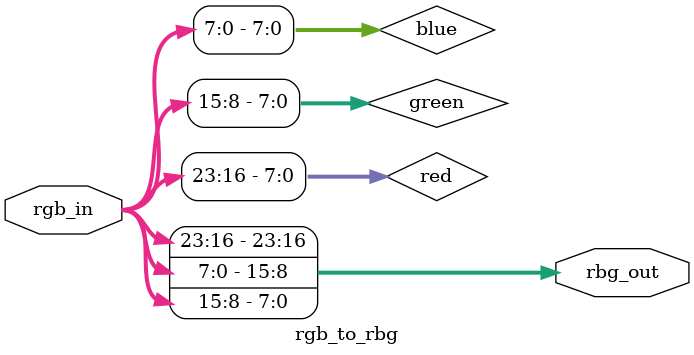
<source format=v>
`timescale 1ns / 1ps


module rgb_to_rbg(
    input [23:0] rgb_in,
    output [23:0] rbg_out
);
    
wire [7:0] red = rgb_in[23:16];
wire [7:0] green = rgb_in[15:8];
wire [7:0] blue = rgb_in[7:0];

assign rbg_out = {red, blue, green};

endmodule

</source>
